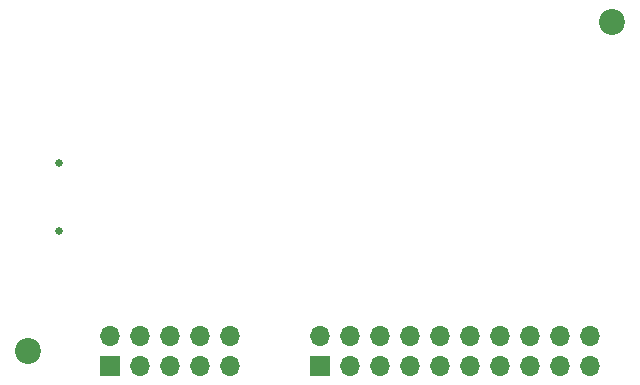
<source format=gbr>
%TF.GenerationSoftware,KiCad,Pcbnew,7.0.9*%
%TF.CreationDate,2024-02-03T21:53:44-08:00*%
%TF.ProjectId,Phorae_v1.0,50686f72-6165-45f7-9631-2e302e6b6963,rev?*%
%TF.SameCoordinates,Original*%
%TF.FileFunction,Soldermask,Bot*%
%TF.FilePolarity,Negative*%
%FSLAX46Y46*%
G04 Gerber Fmt 4.6, Leading zero omitted, Abs format (unit mm)*
G04 Created by KiCad (PCBNEW 7.0.9) date 2024-02-03 21:53:44*
%MOMM*%
%LPD*%
G01*
G04 APERTURE LIST*
%ADD10R,1.700000X1.700000*%
%ADD11O,1.700000X1.700000*%
%ADD12C,0.650000*%
%ADD13C,2.200000*%
G04 APERTURE END LIST*
D10*
%TO.C,J4*%
X68670000Y-100290000D03*
D11*
X68670000Y-97750000D03*
X71210000Y-100290000D03*
X71210000Y-97750000D03*
X73750000Y-100290000D03*
X73750000Y-97750000D03*
X76290000Y-100290000D03*
X76290000Y-97750000D03*
X78830000Y-100290000D03*
X78830000Y-97750000D03*
X81370000Y-100290000D03*
X81370000Y-97750000D03*
X83910000Y-100290000D03*
X83910000Y-97750000D03*
X86450000Y-100290000D03*
X86450000Y-97750000D03*
X88990000Y-100290000D03*
X88990000Y-97750000D03*
X91530000Y-100290000D03*
X91530000Y-97750000D03*
%TD*%
D12*
%TO.C,J1*%
X46605000Y-83110000D03*
X46605000Y-88890000D03*
%TD*%
D13*
%TO.C,H2*%
X93400000Y-71200000D03*
%TD*%
D10*
%TO.C,J3*%
X50920000Y-100290000D03*
D11*
X50920000Y-97750000D03*
X53460000Y-100290000D03*
X53460000Y-97750000D03*
X56000000Y-100290000D03*
X56000000Y-97750000D03*
X58540000Y-100290000D03*
X58540000Y-97750000D03*
X61080000Y-100290000D03*
X61080000Y-97750000D03*
%TD*%
D13*
%TO.C,H1*%
X44000000Y-99000000D03*
%TD*%
M02*

</source>
